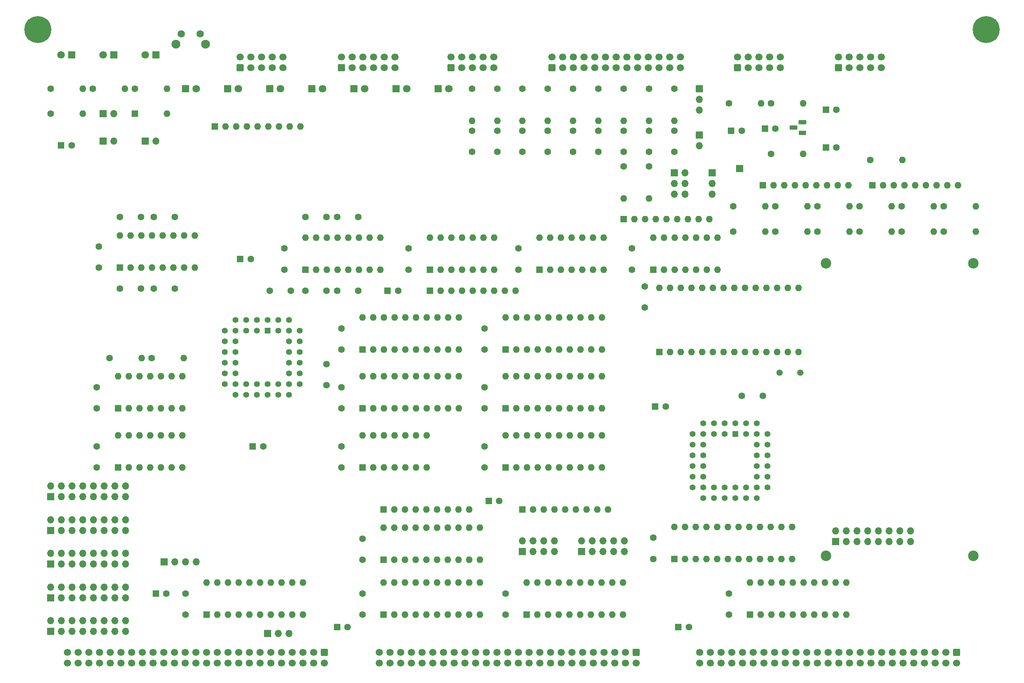
<source format=gbr>
%TF.GenerationSoftware,KiCad,Pcbnew,(6.0.11)*%
%TF.CreationDate,2023-11-11T07:53:16-05:00*%
%TF.ProjectId,input-output.Multi,696e7075-742d-46f7-9574-7075742e4d75,rev?*%
%TF.SameCoordinates,Original*%
%TF.FileFunction,Soldermask,Bot*%
%TF.FilePolarity,Negative*%
%FSLAX46Y46*%
G04 Gerber Fmt 4.6, Leading zero omitted, Abs format (unit mm)*
G04 Created by KiCad (PCBNEW (6.0.11)) date 2023-11-11 07:53:16*
%MOMM*%
%LPD*%
G01*
G04 APERTURE LIST*
G04 Aperture macros list*
%AMRoundRect*
0 Rectangle with rounded corners*
0 $1 Rounding radius*
0 $2 $3 $4 $5 $6 $7 $8 $9 X,Y pos of 4 corners*
0 Add a 4 corners polygon primitive as box body*
4,1,4,$2,$3,$4,$5,$6,$7,$8,$9,$2,$3,0*
0 Add four circle primitives for the rounded corners*
1,1,$1+$1,$2,$3*
1,1,$1+$1,$4,$5*
1,1,$1+$1,$6,$7*
1,1,$1+$1,$8,$9*
0 Add four rect primitives between the rounded corners*
20,1,$1+$1,$2,$3,$4,$5,0*
20,1,$1+$1,$4,$5,$6,$7,0*
20,1,$1+$1,$6,$7,$8,$9,0*
20,1,$1+$1,$8,$9,$2,$3,0*%
G04 Aperture macros list end*
%ADD10R,1.600000X1.600000*%
%ADD11C,1.600000*%
%ADD12O,1.600000X1.600000*%
%ADD13R,1.800000X1.800000*%
%ADD14C,1.800000*%
%ADD15C,6.400000*%
%ADD16R,1.700000X1.700000*%
%ADD17O,1.700000X1.700000*%
%ADD18RoundRect,0.250000X0.600000X-0.600000X0.600000X0.600000X-0.600000X0.600000X-0.600000X-0.600000X0*%
%ADD19C,1.700000*%
%ADD20R,1.422400X1.422400*%
%ADD21C,1.422400*%
%ADD22R,1.800000X1.100000*%
%ADD23RoundRect,0.275000X0.625000X-0.275000X0.625000X0.275000X-0.625000X0.275000X-0.625000X-0.275000X0*%
%ADD24C,2.100000*%
%ADD25C,1.750000*%
%ADD26RoundRect,0.250000X-0.600000X0.600000X-0.600000X-0.600000X0.600000X-0.600000X0.600000X0.600000X0*%
%ADD27C,1.500000*%
%ADD28C,2.500000*%
G04 APERTURE END LIST*
D10*
%TO.C,C1*%
X45500000Y-102500000D03*
D11*
X48000000Y-102500000D03*
%TD*%
D10*
%TO.C,C21*%
X204500000Y-99000000D03*
D11*
X207000000Y-99000000D03*
%TD*%
D10*
%TO.C,C22*%
X212500000Y-98500000D03*
D11*
X215000000Y-98500000D03*
%TD*%
%TO.C,C23*%
X154000000Y-127000000D03*
X154000000Y-132000000D03*
%TD*%
%TO.C,C24*%
X184000000Y-136000000D03*
X184000000Y-141000000D03*
%TD*%
%TO.C,C25*%
X54000000Y-160000000D03*
X54000000Y-165000000D03*
%TD*%
%TO.C,C26*%
X128000000Y-127000000D03*
X128000000Y-132000000D03*
%TD*%
%TO.C,C27*%
X186000000Y-195750000D03*
X186000000Y-200750000D03*
%TD*%
%TO.C,C28*%
X112000000Y-160000000D03*
X112000000Y-165000000D03*
%TD*%
%TO.C,C29*%
X112000000Y-146000000D03*
X112000000Y-151000000D03*
%TD*%
%TO.C,C30*%
X112000000Y-174000000D03*
X112000000Y-179000000D03*
%TD*%
%TO.C,C32*%
X204000000Y-209000000D03*
X204000000Y-214000000D03*
%TD*%
%TO.C,C33*%
X151000000Y-209000000D03*
X151000000Y-214000000D03*
%TD*%
D10*
%TO.C,C34*%
X186500000Y-164550000D03*
D11*
X189000000Y-164550000D03*
%TD*%
D10*
%TO.C,C35*%
X68000000Y-209000000D03*
D11*
X70500000Y-209000000D03*
%TD*%
D10*
%TO.C,C45*%
X123000000Y-137000000D03*
D11*
X125500000Y-137000000D03*
%TD*%
%TO.C,C46*%
X117000000Y-209000000D03*
X117000000Y-214000000D03*
%TD*%
%TO.C,C47*%
X181000000Y-127000000D03*
X181000000Y-132000000D03*
%TD*%
%TO.C,C48*%
X54000000Y-174000000D03*
X54000000Y-179000000D03*
%TD*%
%TO.C,C49*%
X108500000Y-154500000D03*
X108500000Y-159500000D03*
%TD*%
%TO.C,C53*%
X95000000Y-137000000D03*
X100000000Y-137000000D03*
%TD*%
D10*
%TO.C,C54*%
X111000000Y-217000000D03*
D11*
X113500000Y-217000000D03*
%TD*%
D10*
%TO.C,C55*%
X91000000Y-174000000D03*
D11*
X93500000Y-174000000D03*
%TD*%
%TO.C,C56*%
X117000000Y-196000000D03*
X117000000Y-201000000D03*
%TD*%
%TO.C,C57*%
X146000000Y-146000000D03*
X146000000Y-151000000D03*
%TD*%
D10*
%TO.C,C65*%
X147000000Y-187000000D03*
D11*
X149500000Y-187000000D03*
%TD*%
D10*
%TO.C,C66*%
X88000000Y-129500000D03*
D11*
X90500000Y-129500000D03*
%TD*%
D10*
%TO.C,C72*%
X227000000Y-94000000D03*
D11*
X229500000Y-94000000D03*
%TD*%
D10*
%TO.C,C73*%
X227000000Y-103000000D03*
D11*
X229500000Y-103000000D03*
%TD*%
D10*
%TO.C,D1*%
X63000000Y-95000000D03*
D12*
X70620000Y-95000000D03*
%TD*%
D13*
%TO.C,D10*%
X135000000Y-89000000D03*
D14*
X137540000Y-89000000D03*
%TD*%
D15*
%TO.C,H2*%
X265000000Y-75000000D03*
%TD*%
D16*
%TO.C,J3*%
X65500000Y-101500000D03*
D17*
X68040000Y-101500000D03*
%TD*%
D18*
%TO.C,J6*%
X112000000Y-84000000D03*
D19*
X112000000Y-81460000D03*
X114540000Y-84000000D03*
X114540000Y-81460000D03*
X117080000Y-84000000D03*
X117080000Y-81460000D03*
X119620000Y-84000000D03*
X119620000Y-81460000D03*
X122160000Y-84000000D03*
X122160000Y-81460000D03*
X124700000Y-84000000D03*
X124700000Y-81460000D03*
%TD*%
D16*
%TO.C,J11*%
X191000000Y-109000000D03*
D17*
X193540000Y-109000000D03*
X191000000Y-111540000D03*
X193540000Y-111540000D03*
X191000000Y-114080000D03*
X193540000Y-114080000D03*
%TD*%
D16*
%TO.C,JP1*%
X55500000Y-95000000D03*
D17*
X58040000Y-95000000D03*
%TD*%
D18*
%TO.C,P4*%
X88000000Y-84000000D03*
D19*
X88000000Y-81460000D03*
X90540000Y-84000000D03*
X90540000Y-81460000D03*
X93080000Y-84000000D03*
X93080000Y-81460000D03*
X95620000Y-84000000D03*
X95620000Y-81460000D03*
X98160000Y-84000000D03*
X98160000Y-81460000D03*
%TD*%
D18*
%TO.C,P5*%
X138000000Y-84000000D03*
D19*
X138000000Y-81460000D03*
X140540000Y-84000000D03*
X140540000Y-81460000D03*
X143080000Y-84000000D03*
X143080000Y-81460000D03*
X145620000Y-84000000D03*
X145620000Y-81460000D03*
X148160000Y-84000000D03*
X148160000Y-81460000D03*
%TD*%
D11*
%TO.C,R2*%
X43000000Y-95000000D03*
D12*
X50620000Y-95000000D03*
%TD*%
D11*
%TO.C,R5*%
X53000000Y-89000000D03*
D12*
X60620000Y-89000000D03*
%TD*%
D11*
%TO.C,R8*%
X63000000Y-89000000D03*
D12*
X70620000Y-89000000D03*
%TD*%
D11*
%TO.C,R9*%
X57000000Y-153000000D03*
D12*
X64620000Y-153000000D03*
%TD*%
D11*
%TO.C,R12*%
X67000000Y-153000000D03*
D12*
X74620000Y-153000000D03*
%TD*%
D11*
%TO.C,R26*%
X191000000Y-89000000D03*
D12*
X191000000Y-96620000D03*
%TD*%
D11*
%TO.C,R31*%
X204000000Y-92500000D03*
D12*
X211620000Y-92500000D03*
%TD*%
D11*
%TO.C,R32*%
X214000000Y-92500000D03*
D12*
X221620000Y-92500000D03*
%TD*%
D11*
%TO.C,R33*%
X214000000Y-104500000D03*
D12*
X221620000Y-104500000D03*
%TD*%
D11*
%TO.C,R35*%
X179000000Y-107500000D03*
D12*
X179000000Y-115120000D03*
%TD*%
D11*
%TO.C,R36*%
X237500000Y-106000000D03*
D12*
X245120000Y-106000000D03*
%TD*%
D10*
%TO.C,RN1*%
X212000000Y-112000000D03*
D12*
X214540000Y-112000000D03*
X217080000Y-112000000D03*
X219620000Y-112000000D03*
X222160000Y-112000000D03*
X224700000Y-112000000D03*
X227240000Y-112000000D03*
X229780000Y-112000000D03*
X232320000Y-112000000D03*
%TD*%
D10*
%TO.C,RN4*%
X238000000Y-112000000D03*
D12*
X240540000Y-112000000D03*
X243080000Y-112000000D03*
X245620000Y-112000000D03*
X248160000Y-112000000D03*
X250700000Y-112000000D03*
X253240000Y-112000000D03*
X255780000Y-112000000D03*
X258320000Y-112000000D03*
%TD*%
D10*
%TO.C,RN8*%
X179000000Y-120000000D03*
D12*
X181540000Y-120000000D03*
X184080000Y-120000000D03*
X186620000Y-120000000D03*
X189160000Y-120000000D03*
X191700000Y-120000000D03*
X194240000Y-120000000D03*
X196780000Y-120000000D03*
X199320000Y-120000000D03*
%TD*%
D16*
%TO.C,SW2*%
X155000000Y-199000000D03*
D17*
X155000000Y-196460000D03*
X157540000Y-199000000D03*
X157540000Y-196460000D03*
X160080000Y-199000000D03*
X160080000Y-196460000D03*
X162620000Y-199000000D03*
X162620000Y-196460000D03*
%TD*%
D10*
%TO.C,U2*%
X122000000Y-201000000D03*
D12*
X124540000Y-201000000D03*
X127080000Y-201000000D03*
X129620000Y-201000000D03*
X132160000Y-201000000D03*
X134700000Y-201000000D03*
X137240000Y-201000000D03*
X139780000Y-201000000D03*
X142320000Y-201000000D03*
X144860000Y-201000000D03*
X144860000Y-193380000D03*
X142320000Y-193380000D03*
X139780000Y-193380000D03*
X137240000Y-193380000D03*
X134700000Y-193380000D03*
X132160000Y-193380000D03*
X129620000Y-193380000D03*
X127080000Y-193380000D03*
X124540000Y-193380000D03*
X122000000Y-193380000D03*
%TD*%
D10*
%TO.C,U3*%
X122000000Y-214000000D03*
D12*
X124540000Y-214000000D03*
X127080000Y-214000000D03*
X129620000Y-214000000D03*
X132160000Y-214000000D03*
X134700000Y-214000000D03*
X137240000Y-214000000D03*
X139780000Y-214000000D03*
X142320000Y-214000000D03*
X144860000Y-214000000D03*
X144860000Y-206380000D03*
X142320000Y-206380000D03*
X139780000Y-206380000D03*
X137240000Y-206380000D03*
X134700000Y-206380000D03*
X132160000Y-206380000D03*
X129620000Y-206380000D03*
X127080000Y-206380000D03*
X124540000Y-206380000D03*
X122000000Y-206380000D03*
%TD*%
D20*
%TO.C,U4*%
X94500000Y-146500000D03*
D21*
X91960000Y-143960000D03*
X91960000Y-146500000D03*
X89420000Y-143960000D03*
X89420000Y-146500000D03*
X86880000Y-143960000D03*
X84340000Y-146500000D03*
X86880000Y-146500000D03*
X84340000Y-149040000D03*
X86880000Y-149040000D03*
X84340000Y-151580000D03*
X86880000Y-151580000D03*
X84340000Y-154120000D03*
X86880000Y-154120000D03*
X84340000Y-156660000D03*
X86880000Y-156660000D03*
X84340000Y-159200000D03*
X86880000Y-161740000D03*
X86880000Y-159200000D03*
X89420000Y-161740000D03*
X89420000Y-159200000D03*
X91960000Y-161740000D03*
X91960000Y-159200000D03*
X94500000Y-161740000D03*
X94500000Y-159200000D03*
X97040000Y-161740000D03*
X97040000Y-159200000D03*
X99580000Y-161740000D03*
X102120000Y-159200000D03*
X99580000Y-159200000D03*
X102120000Y-156660000D03*
X99580000Y-156660000D03*
X102120000Y-154120000D03*
X99580000Y-154120000D03*
X102120000Y-151580000D03*
X99580000Y-151580000D03*
X102120000Y-149040000D03*
X99580000Y-149040000D03*
X102120000Y-146500000D03*
X99580000Y-143960000D03*
X99580000Y-146500000D03*
X97040000Y-143960000D03*
X97040000Y-146500000D03*
X94500000Y-143960000D03*
%TD*%
D10*
%TO.C,U5*%
X209000000Y-214000000D03*
D12*
X211540000Y-214000000D03*
X214080000Y-214000000D03*
X216620000Y-214000000D03*
X219160000Y-214000000D03*
X221700000Y-214000000D03*
X224240000Y-214000000D03*
X226780000Y-214000000D03*
X229320000Y-214000000D03*
X231860000Y-214000000D03*
X231860000Y-206380000D03*
X229320000Y-206380000D03*
X226780000Y-206380000D03*
X224240000Y-206380000D03*
X221700000Y-206380000D03*
X219160000Y-206380000D03*
X216620000Y-206380000D03*
X214080000Y-206380000D03*
X211540000Y-206380000D03*
X209000000Y-206380000D03*
%TD*%
D10*
%TO.C,U6*%
X117000000Y-179000000D03*
D12*
X119540000Y-179000000D03*
X122080000Y-179000000D03*
X124620000Y-179000000D03*
X127160000Y-179000000D03*
X129700000Y-179000000D03*
X132240000Y-179000000D03*
X132240000Y-171380000D03*
X129700000Y-171380000D03*
X127160000Y-171380000D03*
X124620000Y-171380000D03*
X122080000Y-171380000D03*
X119540000Y-171380000D03*
X117000000Y-171380000D03*
%TD*%
D10*
%TO.C,U7*%
X80000000Y-214000000D03*
D12*
X82540000Y-214000000D03*
X85080000Y-214000000D03*
X87620000Y-214000000D03*
X90160000Y-214000000D03*
X92700000Y-214000000D03*
X95240000Y-214000000D03*
X97780000Y-214000000D03*
X100320000Y-214000000D03*
X102860000Y-214000000D03*
X102860000Y-206380000D03*
X100320000Y-206380000D03*
X97780000Y-206380000D03*
X95240000Y-206380000D03*
X92700000Y-206380000D03*
X90160000Y-206380000D03*
X87620000Y-206380000D03*
X85080000Y-206380000D03*
X82540000Y-206380000D03*
X80000000Y-206380000D03*
%TD*%
D10*
%TO.C,U10*%
X59000000Y-179000000D03*
D12*
X61540000Y-179000000D03*
X64080000Y-179000000D03*
X66620000Y-179000000D03*
X69160000Y-179000000D03*
X71700000Y-179000000D03*
X74240000Y-179000000D03*
X74240000Y-171380000D03*
X71700000Y-171380000D03*
X69160000Y-171380000D03*
X66620000Y-171380000D03*
X64080000Y-171380000D03*
X61540000Y-171380000D03*
X59000000Y-171380000D03*
%TD*%
D10*
%TO.C,U16*%
X159000000Y-132000000D03*
D12*
X161540000Y-132000000D03*
X164080000Y-132000000D03*
X166620000Y-132000000D03*
X169160000Y-132000000D03*
X171700000Y-132000000D03*
X174240000Y-132000000D03*
X174240000Y-124380000D03*
X171700000Y-124380000D03*
X169160000Y-124380000D03*
X166620000Y-124380000D03*
X164080000Y-124380000D03*
X161540000Y-124380000D03*
X159000000Y-124380000D03*
%TD*%
D10*
%TO.C,U19*%
X133000000Y-132000000D03*
D12*
X135540000Y-132000000D03*
X138080000Y-132000000D03*
X140620000Y-132000000D03*
X143160000Y-132000000D03*
X145700000Y-132000000D03*
X148240000Y-132000000D03*
X148240000Y-124380000D03*
X145700000Y-124380000D03*
X143160000Y-124380000D03*
X140620000Y-124380000D03*
X138080000Y-124380000D03*
X135540000Y-124380000D03*
X133000000Y-124380000D03*
%TD*%
D10*
%TO.C,U21*%
X151000000Y-165000000D03*
D12*
X153540000Y-165000000D03*
X156080000Y-165000000D03*
X158620000Y-165000000D03*
X161160000Y-165000000D03*
X163700000Y-165000000D03*
X166240000Y-165000000D03*
X168780000Y-165000000D03*
X171320000Y-165000000D03*
X173860000Y-165000000D03*
X173860000Y-157380000D03*
X171320000Y-157380000D03*
X168780000Y-157380000D03*
X166240000Y-157380000D03*
X163700000Y-157380000D03*
X161160000Y-157380000D03*
X158620000Y-157380000D03*
X156080000Y-157380000D03*
X153540000Y-157380000D03*
X151000000Y-157380000D03*
%TD*%
D10*
%TO.C,U25*%
X186000000Y-132000000D03*
D12*
X188540000Y-132000000D03*
X191080000Y-132000000D03*
X193620000Y-132000000D03*
X196160000Y-132000000D03*
X198700000Y-132000000D03*
X201240000Y-132000000D03*
X201240000Y-124380000D03*
X198700000Y-124380000D03*
X196160000Y-124380000D03*
X193620000Y-124380000D03*
X191080000Y-124380000D03*
X188540000Y-124380000D03*
X186000000Y-124380000D03*
%TD*%
D20*
%TO.C,U26*%
X205500000Y-171050000D03*
D21*
X202960000Y-168510000D03*
X202960000Y-171050000D03*
X200420000Y-168510000D03*
X200420000Y-171050000D03*
X197880000Y-168510000D03*
X195340000Y-171050000D03*
X197880000Y-171050000D03*
X195340000Y-173590000D03*
X197880000Y-173590000D03*
X195340000Y-176130000D03*
X197880000Y-176130000D03*
X195340000Y-178670000D03*
X197880000Y-178670000D03*
X195340000Y-181210000D03*
X197880000Y-181210000D03*
X195340000Y-183750000D03*
X197880000Y-186290000D03*
X197880000Y-183750000D03*
X200420000Y-186290000D03*
X200420000Y-183750000D03*
X202960000Y-186290000D03*
X202960000Y-183750000D03*
X205500000Y-186290000D03*
X205500000Y-183750000D03*
X208040000Y-186290000D03*
X208040000Y-183750000D03*
X210580000Y-186290000D03*
X213120000Y-183750000D03*
X210580000Y-183750000D03*
X213120000Y-181210000D03*
X210580000Y-181210000D03*
X213120000Y-178670000D03*
X210580000Y-178670000D03*
X213120000Y-176130000D03*
X210580000Y-176130000D03*
X213120000Y-173590000D03*
X210580000Y-173590000D03*
X213120000Y-171050000D03*
X210580000Y-168510000D03*
X210580000Y-171050000D03*
X208040000Y-168510000D03*
X208040000Y-171050000D03*
X205500000Y-168510000D03*
%TD*%
D10*
%TO.C,U27*%
X187475000Y-151625000D03*
D12*
X190015000Y-151625000D03*
X192555000Y-151625000D03*
X195095000Y-151625000D03*
X197635000Y-151625000D03*
X200175000Y-151625000D03*
X202715000Y-151625000D03*
X205255000Y-151625000D03*
X207795000Y-151625000D03*
X210335000Y-151625000D03*
X212875000Y-151625000D03*
X215415000Y-151625000D03*
X217955000Y-151625000D03*
X220495000Y-151625000D03*
X220495000Y-136385000D03*
X217955000Y-136385000D03*
X215415000Y-136385000D03*
X212875000Y-136385000D03*
X210335000Y-136385000D03*
X207795000Y-136385000D03*
X205255000Y-136385000D03*
X202715000Y-136385000D03*
X200175000Y-136385000D03*
X197635000Y-136385000D03*
X195095000Y-136385000D03*
X192555000Y-136385000D03*
X190015000Y-136385000D03*
X187475000Y-136385000D03*
%TD*%
D22*
%TO.C,U32*%
X221400000Y-99500000D03*
D23*
X219330000Y-98230000D03*
X221400000Y-96960000D03*
%TD*%
D16*
%TO.C,J1*%
X43000000Y-194000000D03*
D17*
X43000000Y-191460000D03*
X45540000Y-194000000D03*
X45540000Y-191460000D03*
X48080000Y-194000000D03*
X48080000Y-191460000D03*
X50620000Y-194000000D03*
X50620000Y-191460000D03*
X53160000Y-194000000D03*
X53160000Y-191460000D03*
X55700000Y-194000000D03*
X55700000Y-191460000D03*
X58240000Y-194000000D03*
X58240000Y-191460000D03*
X60780000Y-194000000D03*
X60780000Y-191460000D03*
%TD*%
D16*
%TO.C,J5*%
X43000000Y-210000000D03*
D17*
X43000000Y-207460000D03*
X45540000Y-210000000D03*
X45540000Y-207460000D03*
X48080000Y-210000000D03*
X48080000Y-207460000D03*
X50620000Y-210000000D03*
X50620000Y-207460000D03*
X53160000Y-210000000D03*
X53160000Y-207460000D03*
X55700000Y-210000000D03*
X55700000Y-207460000D03*
X58240000Y-210000000D03*
X58240000Y-207460000D03*
X60780000Y-210000000D03*
X60780000Y-207460000D03*
%TD*%
D16*
%TO.C,J12*%
X43000000Y-218000000D03*
D17*
X43000000Y-215460000D03*
X45540000Y-218000000D03*
X45540000Y-215460000D03*
X48080000Y-218000000D03*
X48080000Y-215460000D03*
X50620000Y-218000000D03*
X50620000Y-215460000D03*
X53160000Y-218000000D03*
X53160000Y-215460000D03*
X55700000Y-218000000D03*
X55700000Y-215460000D03*
X58240000Y-218000000D03*
X58240000Y-215460000D03*
X60780000Y-218000000D03*
X60780000Y-215460000D03*
%TD*%
D10*
%TO.C,U1*%
X59000000Y-165000000D03*
D12*
X61540000Y-165000000D03*
X64080000Y-165000000D03*
X66620000Y-165000000D03*
X69160000Y-165000000D03*
X71700000Y-165000000D03*
X74240000Y-165000000D03*
X74240000Y-157380000D03*
X71700000Y-157380000D03*
X69160000Y-157380000D03*
X66620000Y-157380000D03*
X64080000Y-157380000D03*
X61540000Y-157380000D03*
X59000000Y-157380000D03*
%TD*%
D11*
%TO.C,R20*%
X167000000Y-89000000D03*
D12*
X167000000Y-96620000D03*
%TD*%
D11*
%TO.C,C18*%
X185000000Y-99000000D03*
X185000000Y-104000000D03*
%TD*%
D18*
%TO.C,J14*%
X206000000Y-84000000D03*
D19*
X206000000Y-81460000D03*
X208540000Y-84000000D03*
X208540000Y-81460000D03*
X211080000Y-84000000D03*
X211080000Y-81460000D03*
X213620000Y-84000000D03*
X213620000Y-81460000D03*
X216160000Y-84000000D03*
X216160000Y-81460000D03*
%TD*%
D18*
%TO.C,J15*%
X230000000Y-84000000D03*
D19*
X230000000Y-81460000D03*
X232540000Y-84000000D03*
X232540000Y-81460000D03*
X235080000Y-84000000D03*
X235080000Y-81460000D03*
X237620000Y-84000000D03*
X237620000Y-81460000D03*
X240160000Y-84000000D03*
X240160000Y-81460000D03*
%TD*%
D16*
%TO.C,J2*%
X43000000Y-202000000D03*
D17*
X43000000Y-199460000D03*
X45540000Y-202000000D03*
X45540000Y-199460000D03*
X48080000Y-202000000D03*
X48080000Y-199460000D03*
X50620000Y-202000000D03*
X50620000Y-199460000D03*
X53160000Y-202000000D03*
X53160000Y-199460000D03*
X55700000Y-202000000D03*
X55700000Y-199460000D03*
X58240000Y-202000000D03*
X58240000Y-199460000D03*
X60780000Y-202000000D03*
X60780000Y-199460000D03*
%TD*%
D11*
%TO.C,C12*%
X149000000Y-99000000D03*
X149000000Y-104000000D03*
%TD*%
%TO.C,C13*%
X155000000Y-99000000D03*
X155000000Y-104000000D03*
%TD*%
%TO.C,C14*%
X161000000Y-99000000D03*
X161000000Y-104000000D03*
%TD*%
%TO.C,C15*%
X167000000Y-99000000D03*
X167000000Y-104000000D03*
%TD*%
%TO.C,C16*%
X173000000Y-99000000D03*
X173000000Y-104000000D03*
%TD*%
%TO.C,C17*%
X179000000Y-99000000D03*
X179000000Y-104000000D03*
%TD*%
%TO.C,C19*%
X191000000Y-99000000D03*
X191000000Y-104000000D03*
%TD*%
%TO.C,C20*%
X143000000Y-99000000D03*
X143000000Y-104000000D03*
%TD*%
%TO.C,C9*%
X98500000Y-127000000D03*
X98500000Y-132000000D03*
%TD*%
D18*
%TO.C,P6*%
X162000000Y-84000000D03*
D19*
X162000000Y-81460000D03*
X164540000Y-84000000D03*
X164540000Y-81460000D03*
X167080000Y-84000000D03*
X167080000Y-81460000D03*
X169620000Y-84000000D03*
X169620000Y-81460000D03*
X172160000Y-84000000D03*
X172160000Y-81460000D03*
X174700000Y-84000000D03*
X174700000Y-81460000D03*
X177240000Y-84000000D03*
X177240000Y-81460000D03*
X179780000Y-84000000D03*
X179780000Y-81460000D03*
X182320000Y-84000000D03*
X182320000Y-81460000D03*
X184860000Y-84000000D03*
X184860000Y-81460000D03*
X187400000Y-84000000D03*
X187400000Y-81460000D03*
X189940000Y-84000000D03*
X189940000Y-81460000D03*
X192480000Y-84000000D03*
X192480000Y-81460000D03*
%TD*%
D11*
%TO.C,R17*%
X149000000Y-89000000D03*
D12*
X149000000Y-96620000D03*
%TD*%
D11*
%TO.C,R18*%
X155000000Y-89000000D03*
D12*
X155000000Y-96620000D03*
%TD*%
D11*
%TO.C,R19*%
X161000000Y-89000000D03*
D12*
X161000000Y-96620000D03*
%TD*%
D11*
%TO.C,R23*%
X173000000Y-89000000D03*
D12*
X173000000Y-96620000D03*
%TD*%
D11*
%TO.C,R24*%
X179000000Y-89000000D03*
D12*
X179000000Y-96620000D03*
%TD*%
D11*
%TO.C,R25*%
X185000000Y-89000000D03*
D12*
X185000000Y-96620000D03*
%TD*%
D11*
%TO.C,R28*%
X143000000Y-89000000D03*
D12*
X143000000Y-96620000D03*
%TD*%
D10*
%TO.C,RN7*%
X133000000Y-137000000D03*
D12*
X135540000Y-137000000D03*
X138080000Y-137000000D03*
X140620000Y-137000000D03*
X143160000Y-137000000D03*
X145700000Y-137000000D03*
X148240000Y-137000000D03*
X150780000Y-137000000D03*
X153320000Y-137000000D03*
%TD*%
D10*
%TO.C,U12*%
X156000000Y-214000000D03*
D12*
X158540000Y-214000000D03*
X161080000Y-214000000D03*
X163620000Y-214000000D03*
X166160000Y-214000000D03*
X168700000Y-214000000D03*
X171240000Y-214000000D03*
X173780000Y-214000000D03*
X176320000Y-214000000D03*
X178860000Y-214000000D03*
X178860000Y-206380000D03*
X176320000Y-206380000D03*
X173780000Y-206380000D03*
X171240000Y-206380000D03*
X168700000Y-206380000D03*
X166160000Y-206380000D03*
X163620000Y-206380000D03*
X161080000Y-206380000D03*
X158540000Y-206380000D03*
X156000000Y-206380000D03*
%TD*%
D10*
%TO.C,U18*%
X117000000Y-151000000D03*
D12*
X119540000Y-151000000D03*
X122080000Y-151000000D03*
X124620000Y-151000000D03*
X127160000Y-151000000D03*
X129700000Y-151000000D03*
X132240000Y-151000000D03*
X134780000Y-151000000D03*
X137320000Y-151000000D03*
X139860000Y-151000000D03*
X139860000Y-143380000D03*
X137320000Y-143380000D03*
X134780000Y-143380000D03*
X132240000Y-143380000D03*
X129700000Y-143380000D03*
X127160000Y-143380000D03*
X124620000Y-143380000D03*
X122080000Y-143380000D03*
X119540000Y-143380000D03*
X117000000Y-143380000D03*
%TD*%
D10*
%TO.C,U20*%
X151000000Y-151000000D03*
D12*
X153540000Y-151000000D03*
X156080000Y-151000000D03*
X158620000Y-151000000D03*
X161160000Y-151000000D03*
X163700000Y-151000000D03*
X166240000Y-151000000D03*
X168780000Y-151000000D03*
X171320000Y-151000000D03*
X173860000Y-151000000D03*
X173860000Y-143380000D03*
X171320000Y-143380000D03*
X168780000Y-143380000D03*
X166240000Y-143380000D03*
X163700000Y-143380000D03*
X161160000Y-143380000D03*
X158620000Y-143380000D03*
X156080000Y-143380000D03*
X153540000Y-143380000D03*
X151000000Y-143380000D03*
%TD*%
D10*
%TO.C,U22*%
X117000000Y-165000000D03*
D12*
X119540000Y-165000000D03*
X122080000Y-165000000D03*
X124620000Y-165000000D03*
X127160000Y-165000000D03*
X129700000Y-165000000D03*
X132240000Y-165000000D03*
X134780000Y-165000000D03*
X137320000Y-165000000D03*
X139860000Y-165000000D03*
X139860000Y-157380000D03*
X137320000Y-157380000D03*
X134780000Y-157380000D03*
X132240000Y-157380000D03*
X129700000Y-157380000D03*
X127160000Y-157380000D03*
X124620000Y-157380000D03*
X122080000Y-157380000D03*
X119540000Y-157380000D03*
X117000000Y-157380000D03*
%TD*%
D10*
%TO.C,U23*%
X151000000Y-179000000D03*
D12*
X153540000Y-179000000D03*
X156080000Y-179000000D03*
X158620000Y-179000000D03*
X161160000Y-179000000D03*
X163700000Y-179000000D03*
X166240000Y-179000000D03*
X168780000Y-179000000D03*
X171320000Y-179000000D03*
X173860000Y-179000000D03*
X173860000Y-171380000D03*
X171320000Y-171380000D03*
X168780000Y-171380000D03*
X166240000Y-171380000D03*
X163700000Y-171380000D03*
X161160000Y-171380000D03*
X158620000Y-171380000D03*
X156080000Y-171380000D03*
X153540000Y-171380000D03*
X151000000Y-171380000D03*
%TD*%
D16*
%TO.C,J10*%
X200000000Y-109000000D03*
D17*
X200000000Y-111540000D03*
X200000000Y-114080000D03*
%TD*%
D11*
%TO.C,C51*%
X146000000Y-174000000D03*
X146000000Y-179000000D03*
%TD*%
%TO.C,C31*%
X75000000Y-209000000D03*
X75000000Y-214000000D03*
%TD*%
D16*
%TO.C,J13*%
X43000000Y-186000000D03*
D17*
X43000000Y-183460000D03*
X45540000Y-186000000D03*
X45540000Y-183460000D03*
X48080000Y-186000000D03*
X48080000Y-183460000D03*
X50620000Y-186000000D03*
X50620000Y-183460000D03*
X53160000Y-186000000D03*
X53160000Y-183460000D03*
X55700000Y-186000000D03*
X55700000Y-183460000D03*
X58240000Y-186000000D03*
X58240000Y-183460000D03*
X60780000Y-186000000D03*
X60780000Y-183460000D03*
%TD*%
D11*
%TO.C,C52*%
X207000000Y-162050000D03*
X212000000Y-162050000D03*
%TD*%
%TO.C,C2*%
X59500000Y-136500000D03*
X64500000Y-136500000D03*
%TD*%
%TO.C,C3*%
X67500000Y-136500000D03*
X72500000Y-136500000D03*
%TD*%
%TO.C,C4*%
X103500000Y-137000000D03*
X108500000Y-137000000D03*
%TD*%
%TO.C,C5*%
X111000000Y-137000000D03*
X116000000Y-137000000D03*
%TD*%
%TO.C,C6*%
X59500000Y-119500000D03*
X64500000Y-119500000D03*
%TD*%
%TO.C,C8*%
X103500000Y-119500000D03*
X108500000Y-119500000D03*
%TD*%
%TO.C,C10*%
X67500000Y-119500000D03*
X72500000Y-119500000D03*
%TD*%
%TO.C,C11*%
X111000000Y-119500000D03*
X116000000Y-119500000D03*
%TD*%
%TO.C,C50*%
X146000000Y-160000000D03*
X146000000Y-165000000D03*
%TD*%
D10*
%TO.C,U8*%
X59500000Y-131500000D03*
D12*
X62040000Y-131500000D03*
X64580000Y-131500000D03*
X67120000Y-131500000D03*
X69660000Y-131500000D03*
X72200000Y-131500000D03*
X74740000Y-131500000D03*
X77280000Y-131500000D03*
X77280000Y-123880000D03*
X74740000Y-123880000D03*
X72200000Y-123880000D03*
X69660000Y-123880000D03*
X67120000Y-123880000D03*
X64580000Y-123880000D03*
X62040000Y-123880000D03*
X59500000Y-123880000D03*
%TD*%
D10*
%TO.C,U9*%
X103500000Y-132000000D03*
D12*
X106040000Y-132000000D03*
X108580000Y-132000000D03*
X111120000Y-132000000D03*
X113660000Y-132000000D03*
X116200000Y-132000000D03*
X118740000Y-132000000D03*
X121280000Y-132000000D03*
X121280000Y-124380000D03*
X118740000Y-124380000D03*
X116200000Y-124380000D03*
X113660000Y-124380000D03*
X111120000Y-124380000D03*
X108580000Y-124380000D03*
X106040000Y-124380000D03*
X103500000Y-124380000D03*
%TD*%
D13*
%TO.C,D2*%
X58000000Y-81000000D03*
D14*
X55460000Y-81000000D03*
%TD*%
D15*
%TO.C,H1*%
X40000000Y-75000000D03*
%TD*%
D11*
%TO.C,R37*%
X43000000Y-89000000D03*
D12*
X50620000Y-89000000D03*
%TD*%
D24*
%TO.C,SW1*%
X79760000Y-78490000D03*
X72750000Y-78490000D03*
D25*
X74000000Y-76000000D03*
X78500000Y-76000000D03*
%TD*%
D13*
%TO.C,D9*%
X68000000Y-81000000D03*
D14*
X65460000Y-81000000D03*
%TD*%
D13*
%TO.C,D11*%
X48000000Y-81000000D03*
D14*
X45460000Y-81000000D03*
%TD*%
D13*
%TO.C,D5*%
X75000000Y-89000000D03*
D14*
X77540000Y-89000000D03*
%TD*%
D13*
%TO.C,D4*%
X85000000Y-89000000D03*
D14*
X87540000Y-89000000D03*
%TD*%
D13*
%TO.C,D3*%
X95000000Y-89000000D03*
D14*
X97540000Y-89000000D03*
%TD*%
D13*
%TO.C,D6*%
X105000000Y-89000000D03*
D14*
X107540000Y-89000000D03*
%TD*%
D13*
%TO.C,D8*%
X125000000Y-89000000D03*
D14*
X127540000Y-89000000D03*
%TD*%
D13*
%TO.C,D7*%
X115000000Y-89000000D03*
D14*
X117540000Y-89000000D03*
%TD*%
D10*
%TO.C,C44*%
X192000000Y-217000000D03*
D11*
X194500000Y-217000000D03*
%TD*%
D26*
%TO.C,P2*%
X182000000Y-223000000D03*
D19*
X182000000Y-225540000D03*
X179460000Y-223000000D03*
X179460000Y-225540000D03*
X176920000Y-223000000D03*
X176920000Y-225540000D03*
X174380000Y-223000000D03*
X174380000Y-225540000D03*
X171840000Y-223000000D03*
X171840000Y-225540000D03*
X169300000Y-223000000D03*
X169300000Y-225540000D03*
X166760000Y-223000000D03*
X166760000Y-225540000D03*
X164220000Y-223000000D03*
X164220000Y-225540000D03*
X161680000Y-223000000D03*
X161680000Y-225540000D03*
X159140000Y-223000000D03*
X159140000Y-225540000D03*
X156600000Y-223000000D03*
X156600000Y-225540000D03*
X154060000Y-223000000D03*
X154060000Y-225540000D03*
X151520000Y-223000000D03*
X151520000Y-225540000D03*
X148980000Y-223000000D03*
X148980000Y-225540000D03*
X146440000Y-223000000D03*
X146440000Y-225540000D03*
X143900000Y-223000000D03*
X143900000Y-225540000D03*
X141360000Y-223000000D03*
X141360000Y-225540000D03*
X138820000Y-223000000D03*
X138820000Y-225540000D03*
X136280000Y-223000000D03*
X136280000Y-225540000D03*
X133740000Y-223000000D03*
X133740000Y-225540000D03*
X131200000Y-223000000D03*
X131200000Y-225540000D03*
X128660000Y-223000000D03*
X128660000Y-225540000D03*
X126120000Y-223000000D03*
X126120000Y-225540000D03*
X123580000Y-223000000D03*
X123580000Y-225540000D03*
X121040000Y-223000000D03*
X121040000Y-225540000D03*
%TD*%
D26*
%TO.C,P3*%
X258000000Y-223000000D03*
D19*
X258000000Y-225540000D03*
X255460000Y-223000000D03*
X255460000Y-225540000D03*
X252920000Y-223000000D03*
X252920000Y-225540000D03*
X250380000Y-223000000D03*
X250380000Y-225540000D03*
X247840000Y-223000000D03*
X247840000Y-225540000D03*
X245300000Y-223000000D03*
X245300000Y-225540000D03*
X242760000Y-223000000D03*
X242760000Y-225540000D03*
X240220000Y-223000000D03*
X240220000Y-225540000D03*
X237680000Y-223000000D03*
X237680000Y-225540000D03*
X235140000Y-223000000D03*
X235140000Y-225540000D03*
X232600000Y-223000000D03*
X232600000Y-225540000D03*
X230060000Y-223000000D03*
X230060000Y-225540000D03*
X227520000Y-223000000D03*
X227520000Y-225540000D03*
X224980000Y-223000000D03*
X224980000Y-225540000D03*
X222440000Y-223000000D03*
X222440000Y-225540000D03*
X219900000Y-223000000D03*
X219900000Y-225540000D03*
X217360000Y-223000000D03*
X217360000Y-225540000D03*
X214820000Y-223000000D03*
X214820000Y-225540000D03*
X212280000Y-223000000D03*
X212280000Y-225540000D03*
X209740000Y-223000000D03*
X209740000Y-225540000D03*
X207200000Y-223000000D03*
X207200000Y-225540000D03*
X204660000Y-223000000D03*
X204660000Y-225540000D03*
X202120000Y-223000000D03*
X202120000Y-225540000D03*
X199580000Y-223000000D03*
X199580000Y-225540000D03*
X197040000Y-223000000D03*
X197040000Y-225540000D03*
%TD*%
D10*
%TO.C,U11*%
X191000000Y-200750000D03*
D12*
X193540000Y-200750000D03*
X196080000Y-200750000D03*
X198620000Y-200750000D03*
X201160000Y-200750000D03*
X203700000Y-200750000D03*
X206240000Y-200750000D03*
X208780000Y-200750000D03*
X211320000Y-200750000D03*
X213860000Y-200750000D03*
X216400000Y-200750000D03*
X218940000Y-200750000D03*
X218940000Y-193130000D03*
X216400000Y-193130000D03*
X213860000Y-193130000D03*
X211320000Y-193130000D03*
X208780000Y-193130000D03*
X206240000Y-193130000D03*
X203700000Y-193130000D03*
X201160000Y-193130000D03*
X198620000Y-193130000D03*
X196080000Y-193130000D03*
X193540000Y-193130000D03*
X191000000Y-193130000D03*
%TD*%
D26*
%TO.C,P1*%
X108000000Y-223000000D03*
D19*
X108000000Y-225540000D03*
X105460000Y-223000000D03*
X105460000Y-225540000D03*
X102920000Y-223000000D03*
X102920000Y-225540000D03*
X100380000Y-223000000D03*
X100380000Y-225540000D03*
X97840000Y-223000000D03*
X97840000Y-225540000D03*
X95300000Y-223000000D03*
X95300000Y-225540000D03*
X92760000Y-223000000D03*
X92760000Y-225540000D03*
X90220000Y-223000000D03*
X90220000Y-225540000D03*
X87680000Y-223000000D03*
X87680000Y-225540000D03*
X85140000Y-223000000D03*
X85140000Y-225540000D03*
X82600000Y-223000000D03*
X82600000Y-225540000D03*
X80060000Y-223000000D03*
X80060000Y-225540000D03*
X77520000Y-223000000D03*
X77520000Y-225540000D03*
X74980000Y-223000000D03*
X74980000Y-225540000D03*
X72440000Y-223000000D03*
X72440000Y-225540000D03*
X69900000Y-223000000D03*
X69900000Y-225540000D03*
X67360000Y-223000000D03*
X67360000Y-225540000D03*
X64820000Y-223000000D03*
X64820000Y-225540000D03*
X62280000Y-223000000D03*
X62280000Y-225540000D03*
X59740000Y-223000000D03*
X59740000Y-225540000D03*
X57200000Y-223000000D03*
X57200000Y-225540000D03*
X54660000Y-223000000D03*
X54660000Y-225540000D03*
X52120000Y-223000000D03*
X52120000Y-225540000D03*
X49580000Y-223000000D03*
X49580000Y-225540000D03*
X47040000Y-223000000D03*
X47040000Y-225540000D03*
%TD*%
D16*
%TO.C,SW3*%
X169000000Y-199000000D03*
D17*
X169000000Y-196460000D03*
X171540000Y-199000000D03*
X171540000Y-196460000D03*
X174080000Y-199000000D03*
X174080000Y-196460000D03*
X176620000Y-199000000D03*
X176620000Y-196460000D03*
X179160000Y-199000000D03*
X179160000Y-196460000D03*
%TD*%
D10*
%TO.C,RN6*%
X155000000Y-189000000D03*
D12*
X157540000Y-189000000D03*
X160080000Y-189000000D03*
X162620000Y-189000000D03*
X165160000Y-189000000D03*
X167700000Y-189000000D03*
X170240000Y-189000000D03*
X172780000Y-189000000D03*
X175320000Y-189000000D03*
%TD*%
D10*
%TO.C,RN5*%
X122000000Y-189000000D03*
D12*
X124540000Y-189000000D03*
X127080000Y-189000000D03*
X129620000Y-189000000D03*
X132160000Y-189000000D03*
X134700000Y-189000000D03*
X137240000Y-189000000D03*
X139780000Y-189000000D03*
X142320000Y-189000000D03*
%TD*%
D11*
%TO.C,C7*%
X54500000Y-126500000D03*
X54500000Y-131500000D03*
%TD*%
D16*
%TO.C,J4*%
X55500000Y-101500000D03*
D17*
X58040000Y-101500000D03*
%TD*%
D27*
%TO.C,Y1*%
X216000000Y-156500000D03*
X220880000Y-156500000D03*
%TD*%
D10*
%TO.C,RN9*%
X82000000Y-98000000D03*
D12*
X84540000Y-98000000D03*
X87080000Y-98000000D03*
X89620000Y-98000000D03*
X92160000Y-98000000D03*
X94700000Y-98000000D03*
X97240000Y-98000000D03*
X99780000Y-98000000D03*
X102320000Y-98000000D03*
%TD*%
D16*
%TO.C,P7*%
X70000000Y-201500000D03*
D17*
X72540000Y-201500000D03*
X75080000Y-201500000D03*
X77620000Y-201500000D03*
%TD*%
D16*
%TO.C,J20*%
X94475000Y-218500000D03*
D17*
X97015000Y-218500000D03*
X99555000Y-218500000D03*
%TD*%
D16*
%TO.C,J22*%
X197000000Y-100000000D03*
D17*
X197000000Y-102540000D03*
%TD*%
D11*
%TO.C,R16*%
X205000000Y-117000000D03*
D12*
X212620000Y-117000000D03*
%TD*%
D11*
%TO.C,R11*%
X185000000Y-107500000D03*
D12*
X185000000Y-115120000D03*
%TD*%
D11*
%TO.C,R6*%
X205000000Y-123000000D03*
D12*
X212620000Y-123000000D03*
%TD*%
D11*
%TO.C,R1*%
X235000000Y-117000000D03*
D12*
X242620000Y-117000000D03*
%TD*%
D11*
%TO.C,R3*%
X225000000Y-123000000D03*
D12*
X232620000Y-123000000D03*
%TD*%
D28*
%TO.C,J23*%
X262000000Y-130500000D03*
X227000000Y-130500000D03*
X227000000Y-200000000D03*
X262000000Y-200000000D03*
D16*
X229330000Y-196670000D03*
D17*
X229330000Y-194130000D03*
X231870000Y-196670000D03*
X231870000Y-194130000D03*
X234410000Y-196670000D03*
X234410000Y-194130000D03*
X236950000Y-196670000D03*
X236950000Y-194130000D03*
X239490000Y-196670000D03*
X239490000Y-194130000D03*
X242030000Y-196670000D03*
X242030000Y-194130000D03*
X244570000Y-196670000D03*
X244570000Y-194130000D03*
X247110000Y-196670000D03*
X247110000Y-194130000D03*
%TD*%
D16*
%TO.C,J21*%
X197000000Y-89000000D03*
D17*
X197000000Y-91540000D03*
X197000000Y-94080000D03*
%TD*%
D11*
%TO.C,R10*%
X255000000Y-123000000D03*
D12*
X262620000Y-123000000D03*
%TD*%
D11*
%TO.C,R13*%
X235000000Y-123000000D03*
D12*
X242620000Y-123000000D03*
%TD*%
D11*
%TO.C,R14*%
X225000000Y-117000000D03*
D12*
X232620000Y-117000000D03*
%TD*%
D11*
%TO.C,R21*%
X245000000Y-117000000D03*
D12*
X252620000Y-117000000D03*
%TD*%
D11*
%TO.C,R15*%
X215000000Y-117000000D03*
D12*
X222620000Y-117000000D03*
%TD*%
D16*
%TO.C,J7*%
X206500000Y-108000000D03*
%TD*%
D11*
%TO.C,R4*%
X215000000Y-123000000D03*
D12*
X222620000Y-123000000D03*
%TD*%
D11*
%TO.C,R7*%
X245000000Y-123000000D03*
D12*
X252620000Y-123000000D03*
%TD*%
D11*
%TO.C,R22*%
X255000000Y-117000000D03*
D12*
X262620000Y-117000000D03*
%TD*%
M02*

</source>
